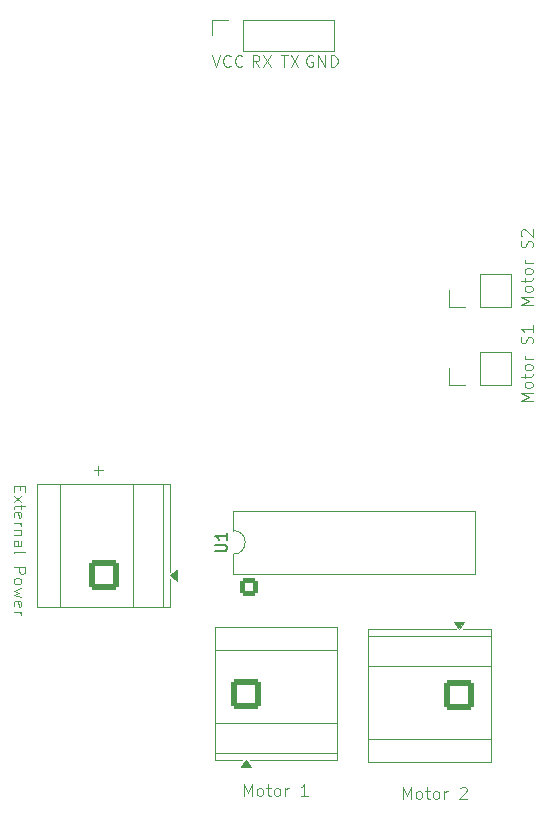
<source format=gto>
G04 #@! TF.GenerationSoftware,KiCad,Pcbnew,9.0.1*
G04 #@! TF.CreationDate,2025-07-29T22:46:59+03:00*
G04 #@! TF.ProjectId,Ras pi hat,52617320-7069-4206-9861-742e6b696361,rev?*
G04 #@! TF.SameCoordinates,Original*
G04 #@! TF.FileFunction,Legend,Top*
G04 #@! TF.FilePolarity,Positive*
%FSLAX46Y46*%
G04 Gerber Fmt 4.6, Leading zero omitted, Abs format (unit mm)*
G04 Created by KiCad (PCBNEW 9.0.1) date 2025-07-29 22:46:59*
%MOMM*%
%LPD*%
G01*
G04 APERTURE LIST*
G04 Aperture macros list*
%AMRoundRect*
0 Rectangle with rounded corners*
0 $1 Rounding radius*
0 $2 $3 $4 $5 $6 $7 $8 $9 X,Y pos of 4 corners*
0 Add a 4 corners polygon primitive as box body*
4,1,4,$2,$3,$4,$5,$6,$7,$8,$9,$2,$3,0*
0 Add four circle primitives for the rounded corners*
1,1,$1+$1,$2,$3*
1,1,$1+$1,$4,$5*
1,1,$1+$1,$6,$7*
1,1,$1+$1,$8,$9*
0 Add four rect primitives between the rounded corners*
20,1,$1+$1,$2,$3,$4,$5,0*
20,1,$1+$1,$4,$5,$6,$7,0*
20,1,$1+$1,$6,$7,$8,$9,0*
20,1,$1+$1,$8,$9,$2,$3,0*%
G04 Aperture macros list end*
%ADD10C,0.100000*%
%ADD11C,0.150000*%
%ADD12C,0.120000*%
%ADD13R,1.700000X1.700000*%
%ADD14C,1.700000*%
%ADD15RoundRect,0.250000X0.550000X-0.550000X0.550000X0.550000X-0.550000X0.550000X-0.550000X-0.550000X0*%
%ADD16C,1.600000*%
%ADD17RoundRect,0.250000X1.050000X1.050000X-1.050000X1.050000X-1.050000X-1.050000X1.050000X-1.050000X0*%
%ADD18C,2.600000*%
%ADD19RoundRect,0.250000X1.050000X-1.050000X1.050000X1.050000X-1.050000X1.050000X-1.050000X-1.050000X0*%
%ADD20RoundRect,0.250000X-1.050000X-1.050000X1.050000X-1.050000X1.050000X1.050000X-1.050000X1.050000X0*%
G04 APERTURE END LIST*
D10*
X187501884Y-118998419D02*
X187501884Y-117998419D01*
X187501884Y-117998419D02*
X187835217Y-118712704D01*
X187835217Y-118712704D02*
X188168550Y-117998419D01*
X188168550Y-117998419D02*
X188168550Y-118998419D01*
X188787598Y-118998419D02*
X188692360Y-118950800D01*
X188692360Y-118950800D02*
X188644741Y-118903180D01*
X188644741Y-118903180D02*
X188597122Y-118807942D01*
X188597122Y-118807942D02*
X188597122Y-118522228D01*
X188597122Y-118522228D02*
X188644741Y-118426990D01*
X188644741Y-118426990D02*
X188692360Y-118379371D01*
X188692360Y-118379371D02*
X188787598Y-118331752D01*
X188787598Y-118331752D02*
X188930455Y-118331752D01*
X188930455Y-118331752D02*
X189025693Y-118379371D01*
X189025693Y-118379371D02*
X189073312Y-118426990D01*
X189073312Y-118426990D02*
X189120931Y-118522228D01*
X189120931Y-118522228D02*
X189120931Y-118807942D01*
X189120931Y-118807942D02*
X189073312Y-118903180D01*
X189073312Y-118903180D02*
X189025693Y-118950800D01*
X189025693Y-118950800D02*
X188930455Y-118998419D01*
X188930455Y-118998419D02*
X188787598Y-118998419D01*
X189406646Y-118331752D02*
X189787598Y-118331752D01*
X189549503Y-117998419D02*
X189549503Y-118855561D01*
X189549503Y-118855561D02*
X189597122Y-118950800D01*
X189597122Y-118950800D02*
X189692360Y-118998419D01*
X189692360Y-118998419D02*
X189787598Y-118998419D01*
X190263789Y-118998419D02*
X190168551Y-118950800D01*
X190168551Y-118950800D02*
X190120932Y-118903180D01*
X190120932Y-118903180D02*
X190073313Y-118807942D01*
X190073313Y-118807942D02*
X190073313Y-118522228D01*
X190073313Y-118522228D02*
X190120932Y-118426990D01*
X190120932Y-118426990D02*
X190168551Y-118379371D01*
X190168551Y-118379371D02*
X190263789Y-118331752D01*
X190263789Y-118331752D02*
X190406646Y-118331752D01*
X190406646Y-118331752D02*
X190501884Y-118379371D01*
X190501884Y-118379371D02*
X190549503Y-118426990D01*
X190549503Y-118426990D02*
X190597122Y-118522228D01*
X190597122Y-118522228D02*
X190597122Y-118807942D01*
X190597122Y-118807942D02*
X190549503Y-118903180D01*
X190549503Y-118903180D02*
X190501884Y-118950800D01*
X190501884Y-118950800D02*
X190406646Y-118998419D01*
X190406646Y-118998419D02*
X190263789Y-118998419D01*
X191025694Y-118998419D02*
X191025694Y-118331752D01*
X191025694Y-118522228D02*
X191073313Y-118426990D01*
X191073313Y-118426990D02*
X191120932Y-118379371D01*
X191120932Y-118379371D02*
X191216170Y-118331752D01*
X191216170Y-118331752D02*
X191311408Y-118331752D01*
X192359028Y-118093657D02*
X192406647Y-118046038D01*
X192406647Y-118046038D02*
X192501885Y-117998419D01*
X192501885Y-117998419D02*
X192739980Y-117998419D01*
X192739980Y-117998419D02*
X192835218Y-118046038D01*
X192835218Y-118046038D02*
X192882837Y-118093657D01*
X192882837Y-118093657D02*
X192930456Y-118188895D01*
X192930456Y-118188895D02*
X192930456Y-118284133D01*
X192930456Y-118284133D02*
X192882837Y-118426990D01*
X192882837Y-118426990D02*
X192311409Y-118998419D01*
X192311409Y-118998419D02*
X192930456Y-118998419D01*
X174039884Y-118744419D02*
X174039884Y-117744419D01*
X174039884Y-117744419D02*
X174373217Y-118458704D01*
X174373217Y-118458704D02*
X174706550Y-117744419D01*
X174706550Y-117744419D02*
X174706550Y-118744419D01*
X175325598Y-118744419D02*
X175230360Y-118696800D01*
X175230360Y-118696800D02*
X175182741Y-118649180D01*
X175182741Y-118649180D02*
X175135122Y-118553942D01*
X175135122Y-118553942D02*
X175135122Y-118268228D01*
X175135122Y-118268228D02*
X175182741Y-118172990D01*
X175182741Y-118172990D02*
X175230360Y-118125371D01*
X175230360Y-118125371D02*
X175325598Y-118077752D01*
X175325598Y-118077752D02*
X175468455Y-118077752D01*
X175468455Y-118077752D02*
X175563693Y-118125371D01*
X175563693Y-118125371D02*
X175611312Y-118172990D01*
X175611312Y-118172990D02*
X175658931Y-118268228D01*
X175658931Y-118268228D02*
X175658931Y-118553942D01*
X175658931Y-118553942D02*
X175611312Y-118649180D01*
X175611312Y-118649180D02*
X175563693Y-118696800D01*
X175563693Y-118696800D02*
X175468455Y-118744419D01*
X175468455Y-118744419D02*
X175325598Y-118744419D01*
X175944646Y-118077752D02*
X176325598Y-118077752D01*
X176087503Y-117744419D02*
X176087503Y-118601561D01*
X176087503Y-118601561D02*
X176135122Y-118696800D01*
X176135122Y-118696800D02*
X176230360Y-118744419D01*
X176230360Y-118744419D02*
X176325598Y-118744419D01*
X176801789Y-118744419D02*
X176706551Y-118696800D01*
X176706551Y-118696800D02*
X176658932Y-118649180D01*
X176658932Y-118649180D02*
X176611313Y-118553942D01*
X176611313Y-118553942D02*
X176611313Y-118268228D01*
X176611313Y-118268228D02*
X176658932Y-118172990D01*
X176658932Y-118172990D02*
X176706551Y-118125371D01*
X176706551Y-118125371D02*
X176801789Y-118077752D01*
X176801789Y-118077752D02*
X176944646Y-118077752D01*
X176944646Y-118077752D02*
X177039884Y-118125371D01*
X177039884Y-118125371D02*
X177087503Y-118172990D01*
X177087503Y-118172990D02*
X177135122Y-118268228D01*
X177135122Y-118268228D02*
X177135122Y-118553942D01*
X177135122Y-118553942D02*
X177087503Y-118649180D01*
X177087503Y-118649180D02*
X177039884Y-118696800D01*
X177039884Y-118696800D02*
X176944646Y-118744419D01*
X176944646Y-118744419D02*
X176801789Y-118744419D01*
X177563694Y-118744419D02*
X177563694Y-118077752D01*
X177563694Y-118268228D02*
X177611313Y-118172990D01*
X177611313Y-118172990D02*
X177658932Y-118125371D01*
X177658932Y-118125371D02*
X177754170Y-118077752D01*
X177754170Y-118077752D02*
X177849408Y-118077752D01*
X179468456Y-118744419D02*
X178897028Y-118744419D01*
X179182742Y-118744419D02*
X179182742Y-117744419D01*
X179182742Y-117744419D02*
X179087504Y-117887276D01*
X179087504Y-117887276D02*
X178992266Y-117982514D01*
X178992266Y-117982514D02*
X178897028Y-118030133D01*
X177199027Y-56022419D02*
X177770455Y-56022419D01*
X177484741Y-57022419D02*
X177484741Y-56022419D01*
X178008551Y-56022419D02*
X178675217Y-57022419D01*
X178675217Y-56022419D02*
X178008551Y-57022419D01*
X161339884Y-91185466D02*
X162101789Y-91185466D01*
X161720836Y-91566419D02*
X161720836Y-90804514D01*
X198500419Y-85294115D02*
X197500419Y-85294115D01*
X197500419Y-85294115D02*
X198214704Y-84960782D01*
X198214704Y-84960782D02*
X197500419Y-84627449D01*
X197500419Y-84627449D02*
X198500419Y-84627449D01*
X198500419Y-84008401D02*
X198452800Y-84103639D01*
X198452800Y-84103639D02*
X198405180Y-84151258D01*
X198405180Y-84151258D02*
X198309942Y-84198877D01*
X198309942Y-84198877D02*
X198024228Y-84198877D01*
X198024228Y-84198877D02*
X197928990Y-84151258D01*
X197928990Y-84151258D02*
X197881371Y-84103639D01*
X197881371Y-84103639D02*
X197833752Y-84008401D01*
X197833752Y-84008401D02*
X197833752Y-83865544D01*
X197833752Y-83865544D02*
X197881371Y-83770306D01*
X197881371Y-83770306D02*
X197928990Y-83722687D01*
X197928990Y-83722687D02*
X198024228Y-83675068D01*
X198024228Y-83675068D02*
X198309942Y-83675068D01*
X198309942Y-83675068D02*
X198405180Y-83722687D01*
X198405180Y-83722687D02*
X198452800Y-83770306D01*
X198452800Y-83770306D02*
X198500419Y-83865544D01*
X198500419Y-83865544D02*
X198500419Y-84008401D01*
X197833752Y-83389353D02*
X197833752Y-83008401D01*
X197500419Y-83246496D02*
X198357561Y-83246496D01*
X198357561Y-83246496D02*
X198452800Y-83198877D01*
X198452800Y-83198877D02*
X198500419Y-83103639D01*
X198500419Y-83103639D02*
X198500419Y-83008401D01*
X198500419Y-82532210D02*
X198452800Y-82627448D01*
X198452800Y-82627448D02*
X198405180Y-82675067D01*
X198405180Y-82675067D02*
X198309942Y-82722686D01*
X198309942Y-82722686D02*
X198024228Y-82722686D01*
X198024228Y-82722686D02*
X197928990Y-82675067D01*
X197928990Y-82675067D02*
X197881371Y-82627448D01*
X197881371Y-82627448D02*
X197833752Y-82532210D01*
X197833752Y-82532210D02*
X197833752Y-82389353D01*
X197833752Y-82389353D02*
X197881371Y-82294115D01*
X197881371Y-82294115D02*
X197928990Y-82246496D01*
X197928990Y-82246496D02*
X198024228Y-82198877D01*
X198024228Y-82198877D02*
X198309942Y-82198877D01*
X198309942Y-82198877D02*
X198405180Y-82246496D01*
X198405180Y-82246496D02*
X198452800Y-82294115D01*
X198452800Y-82294115D02*
X198500419Y-82389353D01*
X198500419Y-82389353D02*
X198500419Y-82532210D01*
X198500419Y-81770305D02*
X197833752Y-81770305D01*
X198024228Y-81770305D02*
X197928990Y-81722686D01*
X197928990Y-81722686D02*
X197881371Y-81675067D01*
X197881371Y-81675067D02*
X197833752Y-81579829D01*
X197833752Y-81579829D02*
X197833752Y-81484591D01*
X198452800Y-80436971D02*
X198500419Y-80294114D01*
X198500419Y-80294114D02*
X198500419Y-80056019D01*
X198500419Y-80056019D02*
X198452800Y-79960781D01*
X198452800Y-79960781D02*
X198405180Y-79913162D01*
X198405180Y-79913162D02*
X198309942Y-79865543D01*
X198309942Y-79865543D02*
X198214704Y-79865543D01*
X198214704Y-79865543D02*
X198119466Y-79913162D01*
X198119466Y-79913162D02*
X198071847Y-79960781D01*
X198071847Y-79960781D02*
X198024228Y-80056019D01*
X198024228Y-80056019D02*
X197976609Y-80246495D01*
X197976609Y-80246495D02*
X197928990Y-80341733D01*
X197928990Y-80341733D02*
X197881371Y-80389352D01*
X197881371Y-80389352D02*
X197786133Y-80436971D01*
X197786133Y-80436971D02*
X197690895Y-80436971D01*
X197690895Y-80436971D02*
X197595657Y-80389352D01*
X197595657Y-80389352D02*
X197548038Y-80341733D01*
X197548038Y-80341733D02*
X197500419Y-80246495D01*
X197500419Y-80246495D02*
X197500419Y-80008400D01*
X197500419Y-80008400D02*
X197548038Y-79865543D01*
X198500419Y-78913162D02*
X198500419Y-79484590D01*
X198500419Y-79198876D02*
X197500419Y-79198876D01*
X197500419Y-79198876D02*
X197643276Y-79294114D01*
X197643276Y-79294114D02*
X197738514Y-79389352D01*
X197738514Y-79389352D02*
X197786133Y-79484590D01*
X171357027Y-56022419D02*
X171690360Y-57022419D01*
X171690360Y-57022419D02*
X172023693Y-56022419D01*
X172928455Y-56927180D02*
X172880836Y-56974800D01*
X172880836Y-56974800D02*
X172737979Y-57022419D01*
X172737979Y-57022419D02*
X172642741Y-57022419D01*
X172642741Y-57022419D02*
X172499884Y-56974800D01*
X172499884Y-56974800D02*
X172404646Y-56879561D01*
X172404646Y-56879561D02*
X172357027Y-56784323D01*
X172357027Y-56784323D02*
X172309408Y-56593847D01*
X172309408Y-56593847D02*
X172309408Y-56450990D01*
X172309408Y-56450990D02*
X172357027Y-56260514D01*
X172357027Y-56260514D02*
X172404646Y-56165276D01*
X172404646Y-56165276D02*
X172499884Y-56070038D01*
X172499884Y-56070038D02*
X172642741Y-56022419D01*
X172642741Y-56022419D02*
X172737979Y-56022419D01*
X172737979Y-56022419D02*
X172880836Y-56070038D01*
X172880836Y-56070038D02*
X172928455Y-56117657D01*
X173928455Y-56927180D02*
X173880836Y-56974800D01*
X173880836Y-56974800D02*
X173737979Y-57022419D01*
X173737979Y-57022419D02*
X173642741Y-57022419D01*
X173642741Y-57022419D02*
X173499884Y-56974800D01*
X173499884Y-56974800D02*
X173404646Y-56879561D01*
X173404646Y-56879561D02*
X173357027Y-56784323D01*
X173357027Y-56784323D02*
X173309408Y-56593847D01*
X173309408Y-56593847D02*
X173309408Y-56450990D01*
X173309408Y-56450990D02*
X173357027Y-56260514D01*
X173357027Y-56260514D02*
X173404646Y-56165276D01*
X173404646Y-56165276D02*
X173499884Y-56070038D01*
X173499884Y-56070038D02*
X173642741Y-56022419D01*
X173642741Y-56022419D02*
X173737979Y-56022419D01*
X173737979Y-56022419D02*
X173880836Y-56070038D01*
X173880836Y-56070038D02*
X173928455Y-56117657D01*
X175373312Y-57022419D02*
X175039979Y-56546228D01*
X174801884Y-57022419D02*
X174801884Y-56022419D01*
X174801884Y-56022419D02*
X175182836Y-56022419D01*
X175182836Y-56022419D02*
X175278074Y-56070038D01*
X175278074Y-56070038D02*
X175325693Y-56117657D01*
X175325693Y-56117657D02*
X175373312Y-56212895D01*
X175373312Y-56212895D02*
X175373312Y-56355752D01*
X175373312Y-56355752D02*
X175325693Y-56450990D01*
X175325693Y-56450990D02*
X175278074Y-56498609D01*
X175278074Y-56498609D02*
X175182836Y-56546228D01*
X175182836Y-56546228D02*
X174801884Y-56546228D01*
X175706646Y-56022419D02*
X176373312Y-57022419D01*
X176373312Y-56022419D02*
X175706646Y-57022419D01*
X198500419Y-77166115D02*
X197500419Y-77166115D01*
X197500419Y-77166115D02*
X198214704Y-76832782D01*
X198214704Y-76832782D02*
X197500419Y-76499449D01*
X197500419Y-76499449D02*
X198500419Y-76499449D01*
X198500419Y-75880401D02*
X198452800Y-75975639D01*
X198452800Y-75975639D02*
X198405180Y-76023258D01*
X198405180Y-76023258D02*
X198309942Y-76070877D01*
X198309942Y-76070877D02*
X198024228Y-76070877D01*
X198024228Y-76070877D02*
X197928990Y-76023258D01*
X197928990Y-76023258D02*
X197881371Y-75975639D01*
X197881371Y-75975639D02*
X197833752Y-75880401D01*
X197833752Y-75880401D02*
X197833752Y-75737544D01*
X197833752Y-75737544D02*
X197881371Y-75642306D01*
X197881371Y-75642306D02*
X197928990Y-75594687D01*
X197928990Y-75594687D02*
X198024228Y-75547068D01*
X198024228Y-75547068D02*
X198309942Y-75547068D01*
X198309942Y-75547068D02*
X198405180Y-75594687D01*
X198405180Y-75594687D02*
X198452800Y-75642306D01*
X198452800Y-75642306D02*
X198500419Y-75737544D01*
X198500419Y-75737544D02*
X198500419Y-75880401D01*
X197833752Y-75261353D02*
X197833752Y-74880401D01*
X197500419Y-75118496D02*
X198357561Y-75118496D01*
X198357561Y-75118496D02*
X198452800Y-75070877D01*
X198452800Y-75070877D02*
X198500419Y-74975639D01*
X198500419Y-74975639D02*
X198500419Y-74880401D01*
X198500419Y-74404210D02*
X198452800Y-74499448D01*
X198452800Y-74499448D02*
X198405180Y-74547067D01*
X198405180Y-74547067D02*
X198309942Y-74594686D01*
X198309942Y-74594686D02*
X198024228Y-74594686D01*
X198024228Y-74594686D02*
X197928990Y-74547067D01*
X197928990Y-74547067D02*
X197881371Y-74499448D01*
X197881371Y-74499448D02*
X197833752Y-74404210D01*
X197833752Y-74404210D02*
X197833752Y-74261353D01*
X197833752Y-74261353D02*
X197881371Y-74166115D01*
X197881371Y-74166115D02*
X197928990Y-74118496D01*
X197928990Y-74118496D02*
X198024228Y-74070877D01*
X198024228Y-74070877D02*
X198309942Y-74070877D01*
X198309942Y-74070877D02*
X198405180Y-74118496D01*
X198405180Y-74118496D02*
X198452800Y-74166115D01*
X198452800Y-74166115D02*
X198500419Y-74261353D01*
X198500419Y-74261353D02*
X198500419Y-74404210D01*
X198500419Y-73642305D02*
X197833752Y-73642305D01*
X198024228Y-73642305D02*
X197928990Y-73594686D01*
X197928990Y-73594686D02*
X197881371Y-73547067D01*
X197881371Y-73547067D02*
X197833752Y-73451829D01*
X197833752Y-73451829D02*
X197833752Y-73356591D01*
X198452800Y-72308971D02*
X198500419Y-72166114D01*
X198500419Y-72166114D02*
X198500419Y-71928019D01*
X198500419Y-71928019D02*
X198452800Y-71832781D01*
X198452800Y-71832781D02*
X198405180Y-71785162D01*
X198405180Y-71785162D02*
X198309942Y-71737543D01*
X198309942Y-71737543D02*
X198214704Y-71737543D01*
X198214704Y-71737543D02*
X198119466Y-71785162D01*
X198119466Y-71785162D02*
X198071847Y-71832781D01*
X198071847Y-71832781D02*
X198024228Y-71928019D01*
X198024228Y-71928019D02*
X197976609Y-72118495D01*
X197976609Y-72118495D02*
X197928990Y-72213733D01*
X197928990Y-72213733D02*
X197881371Y-72261352D01*
X197881371Y-72261352D02*
X197786133Y-72308971D01*
X197786133Y-72308971D02*
X197690895Y-72308971D01*
X197690895Y-72308971D02*
X197595657Y-72261352D01*
X197595657Y-72261352D02*
X197548038Y-72213733D01*
X197548038Y-72213733D02*
X197500419Y-72118495D01*
X197500419Y-72118495D02*
X197500419Y-71880400D01*
X197500419Y-71880400D02*
X197548038Y-71737543D01*
X197595657Y-71356590D02*
X197548038Y-71308971D01*
X197548038Y-71308971D02*
X197500419Y-71213733D01*
X197500419Y-71213733D02*
X197500419Y-70975638D01*
X197500419Y-70975638D02*
X197548038Y-70880400D01*
X197548038Y-70880400D02*
X197595657Y-70832781D01*
X197595657Y-70832781D02*
X197690895Y-70785162D01*
X197690895Y-70785162D02*
X197786133Y-70785162D01*
X197786133Y-70785162D02*
X197928990Y-70832781D01*
X197928990Y-70832781D02*
X198500419Y-71404209D01*
X198500419Y-71404209D02*
X198500419Y-70785162D01*
X179897693Y-56070038D02*
X179802455Y-56022419D01*
X179802455Y-56022419D02*
X179659598Y-56022419D01*
X179659598Y-56022419D02*
X179516741Y-56070038D01*
X179516741Y-56070038D02*
X179421503Y-56165276D01*
X179421503Y-56165276D02*
X179373884Y-56260514D01*
X179373884Y-56260514D02*
X179326265Y-56450990D01*
X179326265Y-56450990D02*
X179326265Y-56593847D01*
X179326265Y-56593847D02*
X179373884Y-56784323D01*
X179373884Y-56784323D02*
X179421503Y-56879561D01*
X179421503Y-56879561D02*
X179516741Y-56974800D01*
X179516741Y-56974800D02*
X179659598Y-57022419D01*
X179659598Y-57022419D02*
X179754836Y-57022419D01*
X179754836Y-57022419D02*
X179897693Y-56974800D01*
X179897693Y-56974800D02*
X179945312Y-56927180D01*
X179945312Y-56927180D02*
X179945312Y-56593847D01*
X179945312Y-56593847D02*
X179754836Y-56593847D01*
X180373884Y-57022419D02*
X180373884Y-56022419D01*
X180373884Y-56022419D02*
X180945312Y-57022419D01*
X180945312Y-57022419D02*
X180945312Y-56022419D01*
X181421503Y-57022419D02*
X181421503Y-56022419D01*
X181421503Y-56022419D02*
X181659598Y-56022419D01*
X181659598Y-56022419D02*
X181802455Y-56070038D01*
X181802455Y-56070038D02*
X181897693Y-56165276D01*
X181897693Y-56165276D02*
X181945312Y-56260514D01*
X181945312Y-56260514D02*
X181992931Y-56450990D01*
X181992931Y-56450990D02*
X181992931Y-56593847D01*
X181992931Y-56593847D02*
X181945312Y-56784323D01*
X181945312Y-56784323D02*
X181897693Y-56879561D01*
X181897693Y-56879561D02*
X181802455Y-56974800D01*
X181802455Y-56974800D02*
X181659598Y-57022419D01*
X181659598Y-57022419D02*
X181421503Y-57022419D01*
X155083390Y-92505884D02*
X155083390Y-92839217D01*
X154559580Y-92982074D02*
X154559580Y-92505884D01*
X154559580Y-92505884D02*
X155559580Y-92505884D01*
X155559580Y-92505884D02*
X155559580Y-92982074D01*
X154559580Y-93315408D02*
X155226247Y-93839217D01*
X155226247Y-93315408D02*
X154559580Y-93839217D01*
X155226247Y-94077313D02*
X155226247Y-94458265D01*
X155559580Y-94220170D02*
X154702438Y-94220170D01*
X154702438Y-94220170D02*
X154607200Y-94267789D01*
X154607200Y-94267789D02*
X154559580Y-94363027D01*
X154559580Y-94363027D02*
X154559580Y-94458265D01*
X154607200Y-95172551D02*
X154559580Y-95077313D01*
X154559580Y-95077313D02*
X154559580Y-94886837D01*
X154559580Y-94886837D02*
X154607200Y-94791599D01*
X154607200Y-94791599D02*
X154702438Y-94743980D01*
X154702438Y-94743980D02*
X155083390Y-94743980D01*
X155083390Y-94743980D02*
X155178628Y-94791599D01*
X155178628Y-94791599D02*
X155226247Y-94886837D01*
X155226247Y-94886837D02*
X155226247Y-95077313D01*
X155226247Y-95077313D02*
X155178628Y-95172551D01*
X155178628Y-95172551D02*
X155083390Y-95220170D01*
X155083390Y-95220170D02*
X154988152Y-95220170D01*
X154988152Y-95220170D02*
X154892914Y-94743980D01*
X154559580Y-95648742D02*
X155226247Y-95648742D01*
X155035771Y-95648742D02*
X155131009Y-95696361D01*
X155131009Y-95696361D02*
X155178628Y-95743980D01*
X155178628Y-95743980D02*
X155226247Y-95839218D01*
X155226247Y-95839218D02*
X155226247Y-95934456D01*
X155226247Y-96267790D02*
X154559580Y-96267790D01*
X155131009Y-96267790D02*
X155178628Y-96315409D01*
X155178628Y-96315409D02*
X155226247Y-96410647D01*
X155226247Y-96410647D02*
X155226247Y-96553504D01*
X155226247Y-96553504D02*
X155178628Y-96648742D01*
X155178628Y-96648742D02*
X155083390Y-96696361D01*
X155083390Y-96696361D02*
X154559580Y-96696361D01*
X154559580Y-97601123D02*
X155083390Y-97601123D01*
X155083390Y-97601123D02*
X155178628Y-97553504D01*
X155178628Y-97553504D02*
X155226247Y-97458266D01*
X155226247Y-97458266D02*
X155226247Y-97267790D01*
X155226247Y-97267790D02*
X155178628Y-97172552D01*
X154607200Y-97601123D02*
X154559580Y-97505885D01*
X154559580Y-97505885D02*
X154559580Y-97267790D01*
X154559580Y-97267790D02*
X154607200Y-97172552D01*
X154607200Y-97172552D02*
X154702438Y-97124933D01*
X154702438Y-97124933D02*
X154797676Y-97124933D01*
X154797676Y-97124933D02*
X154892914Y-97172552D01*
X154892914Y-97172552D02*
X154940533Y-97267790D01*
X154940533Y-97267790D02*
X154940533Y-97505885D01*
X154940533Y-97505885D02*
X154988152Y-97601123D01*
X154559580Y-98220171D02*
X154607200Y-98124933D01*
X154607200Y-98124933D02*
X154702438Y-98077314D01*
X154702438Y-98077314D02*
X155559580Y-98077314D01*
X154559580Y-99363029D02*
X155559580Y-99363029D01*
X155559580Y-99363029D02*
X155559580Y-99743981D01*
X155559580Y-99743981D02*
X155511961Y-99839219D01*
X155511961Y-99839219D02*
X155464342Y-99886838D01*
X155464342Y-99886838D02*
X155369104Y-99934457D01*
X155369104Y-99934457D02*
X155226247Y-99934457D01*
X155226247Y-99934457D02*
X155131009Y-99886838D01*
X155131009Y-99886838D02*
X155083390Y-99839219D01*
X155083390Y-99839219D02*
X155035771Y-99743981D01*
X155035771Y-99743981D02*
X155035771Y-99363029D01*
X154559580Y-100505886D02*
X154607200Y-100410648D01*
X154607200Y-100410648D02*
X154654819Y-100363029D01*
X154654819Y-100363029D02*
X154750057Y-100315410D01*
X154750057Y-100315410D02*
X155035771Y-100315410D01*
X155035771Y-100315410D02*
X155131009Y-100363029D01*
X155131009Y-100363029D02*
X155178628Y-100410648D01*
X155178628Y-100410648D02*
X155226247Y-100505886D01*
X155226247Y-100505886D02*
X155226247Y-100648743D01*
X155226247Y-100648743D02*
X155178628Y-100743981D01*
X155178628Y-100743981D02*
X155131009Y-100791600D01*
X155131009Y-100791600D02*
X155035771Y-100839219D01*
X155035771Y-100839219D02*
X154750057Y-100839219D01*
X154750057Y-100839219D02*
X154654819Y-100791600D01*
X154654819Y-100791600D02*
X154607200Y-100743981D01*
X154607200Y-100743981D02*
X154559580Y-100648743D01*
X154559580Y-100648743D02*
X154559580Y-100505886D01*
X155226247Y-101172553D02*
X154559580Y-101363029D01*
X154559580Y-101363029D02*
X155035771Y-101553505D01*
X155035771Y-101553505D02*
X154559580Y-101743981D01*
X154559580Y-101743981D02*
X155226247Y-101934457D01*
X154607200Y-102696362D02*
X154559580Y-102601124D01*
X154559580Y-102601124D02*
X154559580Y-102410648D01*
X154559580Y-102410648D02*
X154607200Y-102315410D01*
X154607200Y-102315410D02*
X154702438Y-102267791D01*
X154702438Y-102267791D02*
X155083390Y-102267791D01*
X155083390Y-102267791D02*
X155178628Y-102315410D01*
X155178628Y-102315410D02*
X155226247Y-102410648D01*
X155226247Y-102410648D02*
X155226247Y-102601124D01*
X155226247Y-102601124D02*
X155178628Y-102696362D01*
X155178628Y-102696362D02*
X155083390Y-102743981D01*
X155083390Y-102743981D02*
X154988152Y-102743981D01*
X154988152Y-102743981D02*
X154892914Y-102267791D01*
X154559580Y-103172553D02*
X155226247Y-103172553D01*
X155035771Y-103172553D02*
X155131009Y-103220172D01*
X155131009Y-103220172D02*
X155178628Y-103267791D01*
X155178628Y-103267791D02*
X155226247Y-103363029D01*
X155226247Y-103363029D02*
X155226247Y-103458267D01*
D11*
X171622819Y-98038904D02*
X172432342Y-98038904D01*
X172432342Y-98038904D02*
X172527580Y-97991285D01*
X172527580Y-97991285D02*
X172575200Y-97943666D01*
X172575200Y-97943666D02*
X172622819Y-97848428D01*
X172622819Y-97848428D02*
X172622819Y-97657952D01*
X172622819Y-97657952D02*
X172575200Y-97562714D01*
X172575200Y-97562714D02*
X172527580Y-97515095D01*
X172527580Y-97515095D02*
X172432342Y-97467476D01*
X172432342Y-97467476D02*
X171622819Y-97467476D01*
X172622819Y-96467476D02*
X172622819Y-97038904D01*
X172622819Y-96753190D02*
X171622819Y-96753190D01*
X171622819Y-96753190D02*
X171765676Y-96848428D01*
X171765676Y-96848428D02*
X171860914Y-96943666D01*
X171860914Y-96943666D02*
X171908533Y-97038904D01*
D12*
G04 #@! TO.C,J6*
X191406000Y-83930000D02*
X191406000Y-82550000D01*
X192786000Y-83930000D02*
X191406000Y-83930000D01*
X194056000Y-81170000D02*
X196706000Y-81170000D01*
X194056000Y-83930000D02*
X194056000Y-81170000D01*
X194056000Y-83930000D02*
X196706000Y-83930000D01*
X196706000Y-83930000D02*
X196706000Y-81170000D01*
G04 #@! TO.C,J7*
X191406000Y-77326000D02*
X191406000Y-75946000D01*
X192786000Y-77326000D02*
X191406000Y-77326000D01*
X194056000Y-74566000D02*
X196706000Y-74566000D01*
X194056000Y-77326000D02*
X194056000Y-74566000D01*
X194056000Y-77326000D02*
X196706000Y-77326000D01*
X196706000Y-77326000D02*
X196706000Y-74566000D01*
G04 #@! TO.C,U1*
X173168000Y-94627000D02*
X173168000Y-96277000D01*
X173168000Y-98277000D02*
X173168000Y-99927000D01*
X173168000Y-99927000D02*
X193608000Y-99927000D01*
X193608000Y-94627000D02*
X173168000Y-94627000D01*
X193608000Y-99927000D02*
X193608000Y-94627000D01*
X173168000Y-96277000D02*
G75*
G02*
X173168000Y-98277000I0J-1000000D01*
G01*
G04 #@! TO.C,J10*
X184538000Y-115856000D02*
X184538000Y-104616000D01*
X191978000Y-104616000D02*
X184538000Y-104616000D01*
X194938000Y-104616000D02*
X192578000Y-104616000D01*
X194938000Y-105236000D02*
X184538000Y-105236000D01*
X194938000Y-107736000D02*
X184538000Y-107736000D01*
X194938000Y-113936000D02*
X184538000Y-113936000D01*
X194938000Y-115856000D02*
X184538000Y-115856000D01*
X194938000Y-115856000D02*
X194938000Y-104616000D01*
X192278000Y-104616000D02*
X191838000Y-104006000D01*
X192718000Y-104006000D01*
X192278000Y-104616000D01*
G36*
X192278000Y-104616000D02*
G01*
X191838000Y-104006000D01*
X192718000Y-104006000D01*
X192278000Y-104616000D01*
G37*
G04 #@! TO.C,J8*
X156553500Y-92341000D02*
X167793500Y-92341000D01*
X156553500Y-102741000D02*
X156553500Y-92341000D01*
X156553500Y-102741000D02*
X167793500Y-102741000D01*
X158473500Y-102741000D02*
X158473500Y-92341000D01*
X164673500Y-102741000D02*
X164673500Y-92341000D01*
X167173500Y-102741000D02*
X167173500Y-92341000D01*
X167793500Y-99781000D02*
X167793500Y-92341000D01*
X167793500Y-102741000D02*
X167793500Y-100381000D01*
X168403500Y-100521000D02*
X167793500Y-100081000D01*
X168403500Y-99641000D01*
X168403500Y-100521000D01*
G36*
X168403500Y-100521000D02*
G01*
X167793500Y-100081000D01*
X168403500Y-99641000D01*
X168403500Y-100521000D01*
G37*
G04 #@! TO.C,J9*
X171574000Y-104483500D02*
X171574000Y-115723500D01*
X171574000Y-104483500D02*
X181974000Y-104483500D01*
X171574000Y-106403500D02*
X181974000Y-106403500D01*
X171574000Y-112603500D02*
X181974000Y-112603500D01*
X171574000Y-115103500D02*
X181974000Y-115103500D01*
X171574000Y-115723500D02*
X173934000Y-115723500D01*
X174534000Y-115723500D02*
X181974000Y-115723500D01*
X181974000Y-104483500D02*
X181974000Y-115723500D01*
X174674000Y-116333500D02*
X173794000Y-116333500D01*
X174234000Y-115723500D01*
X174674000Y-116333500D01*
G36*
X174674000Y-116333500D02*
G01*
X173794000Y-116333500D01*
X174234000Y-115723500D01*
X174674000Y-116333500D01*
G37*
G04 #@! TO.C,J1*
X171390000Y-53026000D02*
X172720000Y-53026000D01*
X171390000Y-54356000D02*
X171390000Y-53026000D01*
X173990000Y-53026000D02*
X181670000Y-53026000D01*
X173990000Y-55686000D02*
X173990000Y-53026000D01*
X173990000Y-55686000D02*
X181670000Y-55686000D01*
X181670000Y-55686000D02*
X181670000Y-53026000D01*
G04 #@! TD*
%LPC*%
D13*
G04 #@! TO.C,J6*
X192786000Y-82550000D03*
D14*
X195326000Y-82550000D03*
G04 #@! TD*
D13*
G04 #@! TO.C,J7*
X192786000Y-75946000D03*
D14*
X195326000Y-75946000D03*
G04 #@! TD*
D15*
G04 #@! TO.C,U1*
X174498000Y-101087000D03*
D16*
X177038000Y-101087000D03*
X179578000Y-101087000D03*
X182118000Y-101087000D03*
X184658000Y-101087000D03*
X187198000Y-101087000D03*
X189738000Y-101087000D03*
X192278000Y-101087000D03*
X192278000Y-93467000D03*
X189738000Y-93467000D03*
X187198000Y-93467000D03*
X184658000Y-93467000D03*
X182118000Y-93467000D03*
X179578000Y-93467000D03*
X177038000Y-93467000D03*
X174498000Y-93467000D03*
G04 #@! TD*
D17*
G04 #@! TO.C,J10*
X192278000Y-110236000D03*
D18*
X187198000Y-110236000D03*
G04 #@! TD*
D19*
G04 #@! TO.C,J8*
X162173500Y-100081000D03*
D18*
X162173500Y-95001000D03*
G04 #@! TD*
D20*
G04 #@! TO.C,J9*
X174234000Y-110103500D03*
D18*
X179314000Y-110103500D03*
G04 #@! TD*
D13*
G04 #@! TO.C,J1*
X172720000Y-54356000D03*
D14*
X175260000Y-54356000D03*
X177800000Y-54356000D03*
X180340000Y-54356000D03*
G04 #@! TD*
D13*
G04 #@! TO.C,J2*
X200914000Y-55372000D03*
D14*
X203454000Y-55372000D03*
X200914000Y-57912000D03*
X203454000Y-57912000D03*
X200914000Y-60452000D03*
X203454000Y-60452000D03*
X200914000Y-62992000D03*
X203454000Y-62992000D03*
X200914000Y-65532000D03*
X203454000Y-65532000D03*
X200914000Y-68072000D03*
X203454000Y-68072000D03*
X200914000Y-70612000D03*
X203454000Y-70612000D03*
X200914000Y-73152000D03*
X203454000Y-73152000D03*
X200914000Y-75692000D03*
X203454000Y-75692000D03*
X200914000Y-78232000D03*
X203454000Y-78232000D03*
X200914000Y-80772000D03*
X203454000Y-80772000D03*
X200914000Y-83312000D03*
X203454000Y-83312000D03*
X200914000Y-85852000D03*
X203454000Y-85852000D03*
X200914000Y-88392000D03*
X203454000Y-88392000D03*
X200914000Y-90932000D03*
X203454000Y-90932000D03*
X200914000Y-93472000D03*
X203454000Y-93472000D03*
X200914000Y-96012000D03*
X203454000Y-96012000D03*
X200914000Y-98552000D03*
X203454000Y-98552000D03*
X200914000Y-101092000D03*
X203454000Y-101092000D03*
X200914000Y-103632000D03*
X203454000Y-103632000D03*
G04 #@! TD*
%LPD*%
M02*

</source>
